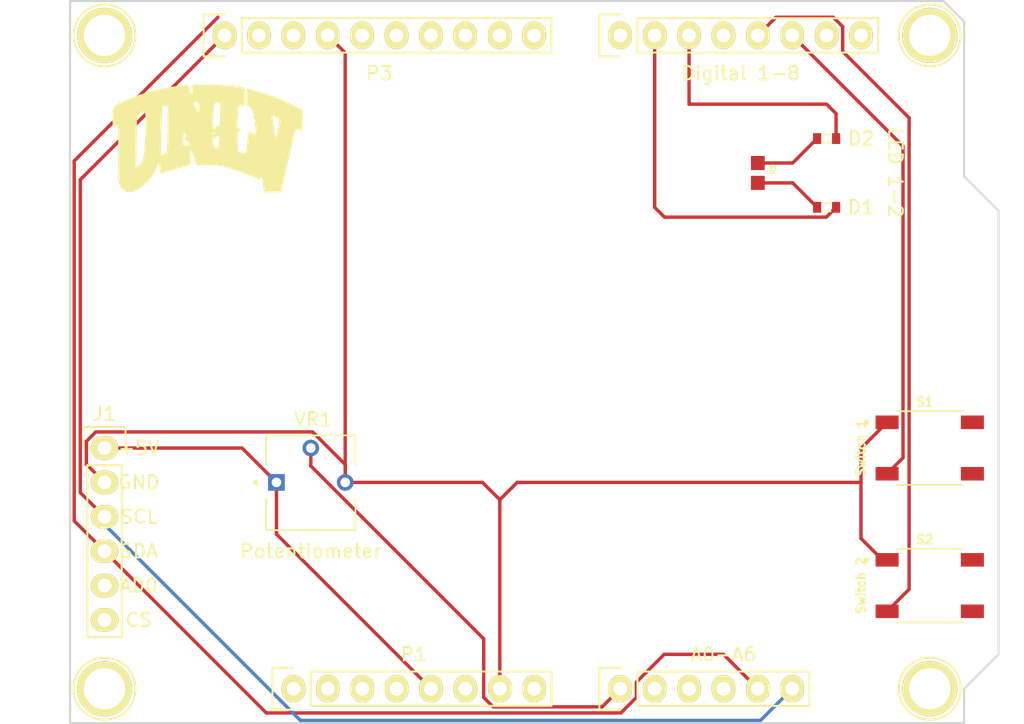
<source format=kicad_pcb>
(kicad_pcb (version 20211014) (generator pcbnew)
  (title_block (date "lun. 30 mars 2015"))
  (layers (0 "F.Cu" signal) (31 "B.Cu" signal) (34 "B.Paste" user) (35 "F.Paste" user) (36 "B.SilkS" user "B.Silkscreen") (37 "F.SilkS" user "F.Silkscreen") (38 "B.Mask" user) (39 "F.Mask" user) (44 "Edge.Cuts" user))
  (net 0 "")
  (net 1 "/IOREF")
  (net 2 "/Reset")
  (net 3 "+5V")
  (net 4 "GND")
  (net 5 "/Vin")
  (net 6 "/A0")
  (net 7 "/A1")
  (net 8 "/A2")
  (net 9 "/A3")
  (net 10 "/AREF")
  (net 11 "/A4(SDA)")
  (net 12 "/A5(SCL)")
  (net 13 "/9(**)")
  (net 14 "/8")
  (net 15 "/7")
  (net 16 "/6(**)")
  (net 17 "/5(**)")
  (net 18 "/4")
  (net 19 "/3(**)")
  (net 20 "/2")
  (net 21 "/1(Tx)")
  (net 22 "/0(Rx)")
  (net 23 "Net-(D1-Pad1)")
  (net 24 "Net-(D2-Pad1)")
  (net 26 "/11(**{slash}MOSI)")
  (net 27 "/13(SCK)")
  (net 28 "/10(**{slash}SS)")
  (net 30 "+3V3")
  (net 31 "/12(MISO)")
  (net 38 "/AD0")
  (net 39 "/CS")
  (footprint "Socket_Arduino_Uno:Socket_Strip_Arduino_1x08" (layer "F.Cu") (at 127.498 123.825)
    (fp_text reference "P1" (at 8.89 -2.54) (layer "F.SilkS"))
    (fp_text value "Power")
    (fp_line (start 19.05 1.27) (end 19.05 -1.27) (layer "F.SilkS") (width 0.15))
    (fp_line (start 1.27 1.27) (end 19.05 1.27) (layer "F.SilkS") (width 0.15))
    (fp_line (start 19.05 -1.27) (end 1.27 -1.27) (layer "F.SilkS") (width 0.15))
    (fp_line (start 0 -1.55) (end -1.55 -1.55) (layer "F.SilkS") (width 0.15))
    (fp_line (start -1.55 -1.55) (end -1.55 1.55) (layer "F.SilkS") (width 0.15))
    (fp_line (start -1.55 1.55) (end 0 1.55) (layer "F.SilkS") (width 0.15))
    (fp_line (start 1.27 1.27) (end 1.27 -1.27) (layer "F.SilkS") (width 0.15))
    (pad "1" thru_hole oval locked (at 0 0) (size 1.7272 2.032) (drill 1.016) (layers *.Cu *.Mask "F.SilkS"))
    (pad "2" thru_hole oval locked (at 2.54 0) (size 1.7272 2.032) (drill 1.016) (layers *.Cu *.Mask "F.SilkS") (net 1 "/IOREF"))
    (pad "3" thru_hole oval locked (at 5.08 0) (size 1.7272 2.032) (drill 1.016) (layers *.Cu *.Mask "F.SilkS") (net 2 "/Reset"))
    (pad "4" thru_hole oval locked (at 7.62 0) (size 1.7272 2.032) (drill 1.016) (layers *.Cu *.Mask "F.SilkS") (net 30 "+3V3"))
    (pad "5" thru_hole oval locked (at 10.16 0) (size 1.7272 2.032) (drill 1.016) (layers *.Cu *.Mask "F.SilkS") (net 3 "+5V"))
    (pad "6" thru_hole oval locked (at 12.7 0) (size 1.7272 2.032) (drill 1.016) (layers *.Cu *.Mask "F.SilkS") (net 4 "GND"))
    (pad "7" thru_hole oval locked (at 15.24 0) (size 1.7272 2.032) (drill 1.016) (layers *.Cu *.Mask "F.SilkS") (net 4 "GND"))
    (pad "8" thru_hole oval locked (at 17.78 0) (size 1.7272 2.032) (drill 1.016) (layers *.Cu *.Mask "F.SilkS") (net 5 "/Vin"))
  )
  (footprint "Socket_Arduino_Uno:Socket_Strip_Arduino_1x06" (layer "F.Cu") (at 151.638 123.825)
    (fp_text reference "A0-A6" (at 7.62 -2.54 -180) (layer "F.SilkS"))
    (fp_text value "Analog")
    (fp_line (start 1.27 1.27) (end 1.27 -1.27) (layer "F.SilkS") (width 0.15))
    (fp_line (start 0 -1.55) (end -1.55 -1.55) (layer "F.SilkS") (width 0.15))
    (fp_line (start 13.97 -1.27) (end 1.27 -1.27) (layer "F.SilkS") (width 0.15))
    (fp_line (start 1.27 1.27) (end 13.97 1.27) (layer "F.SilkS") (width 0.15))
    (fp_line (start 13.97 1.27) (end 13.97 -1.27) (layer "F.SilkS") (width 0.15))
    (fp_line (start -1.55 -1.55) (end -1.55 1.55) (layer "F.SilkS") (width 0.15))
    (fp_line (start -1.55 1.55) (end 0 1.55) (layer "F.SilkS") (width 0.15))
    (pad "1" thru_hole oval locked (at 0 0) (size 1.7272 2.032) (drill 1.016) (layers *.Cu *.Mask "F.SilkS") (net 6 "/A0"))
    (pad "2" thru_hole oval locked (at 2.54 0) (size 1.7272 2.032) (drill 1.016) (layers *.Cu *.Mask "F.SilkS") (net 7 "/A1"))
    (pad "3" thru_hole oval locked (at 5.08 0) (size 1.7272 2.032) (drill 1.016) (layers *.Cu *.Mask "F.SilkS") (net 8 "/A2"))
    (pad "4" thru_hole oval locked (at 7.62 0) (size 1.7272 2.032) (drill 1.016) (layers *.Cu *.Mask "F.SilkS") (net 9 "/A3"))
    (pad "5" thru_hole oval locked (at 10.16 0) (size 1.7272 2.032) (drill 1.016) (layers *.Cu *.Mask "F.SilkS") (net 11 "/A4(SDA)"))
    (pad "6" thru_hole oval locked (at 12.7 0) (size 1.7272 2.032) (drill 1.016) (layers *.Cu *.Mask "F.SilkS") (net 12 "/A5(SCL)"))
  )
  (footprint "Socket_Arduino_Uno:Socket_Strip_Arduino_1x10" (layer "F.Cu") (at 122.408 75.565)
    (fp_text reference "P3" (at 11.43 2.794) (layer "F.SilkS"))
    (fp_text value "Digital")
    (fp_line (start -1.55 -1.55) (end -1.55 1.55) (layer "F.SilkS") (width 0.15))
    (fp_line (start 1.27 1.27) (end 24.13 1.27) (layer "F.SilkS") (width 0.15))
    (fp_line (start 24.13 1.27) (end 24.13 -1.27) (layer "F.SilkS") (width 0.15))
    (fp_line (start 24.13 -1.27) (end 1.27 -1.27) (layer "F.SilkS") (width 0.15))
    (fp_line (start 0 -1.55) (end -1.55 -1.55) (layer "F.SilkS") (width 0.15))
    (fp_line (start -1.55 1.55) (end 0 1.55) (layer "F.SilkS") (width 0.15))
    (fp_line (start 1.27 1.27) (end 1.27 -1.27) (layer "F.SilkS") (width 0.15))
    (pad "1" thru_hole oval locked (at 0 0) (size 1.7272 2.032) (drill 1.016) (layers *.Cu *.Mask "F.SilkS") (net 12 "/A5(SCL)"))
    (pad "2" thru_hole oval locked (at 2.54 0) (size 1.7272 2.032) (drill 1.016) (layers *.Cu *.Mask "F.SilkS") (net 11 "/A4(SDA)"))
    (pad "3" thru_hole oval locked (at 5.08 0) (size 1.7272 2.032) (drill 1.016) (layers *.Cu *.Mask "F.SilkS") (net 10 "/AREF"))
    (pad "4" thru_hole oval locked (at 7.62 0) (size 1.7272 2.032) (drill 1.016) (layers *.Cu *.Mask "F.SilkS") (net 4 "GND"))
    (pad "5" thru_hole oval locked (at 10.16 0) (size 1.7272 2.032) (drill 1.016) (layers *.Cu *.Mask "F.SilkS") (net 27 "/13(SCK)"))
    (pad "6" thru_hole oval locked (at 12.7 0) (size 1.7272 2.032) (drill 1.016) (layers *.Cu *.Mask "F.SilkS") (net 31 "/12(MISO)"))
    (pad "7" thru_hole oval locked (at 15.24 0) (size 1.7272 2.032) (drill 1.016) (layers *.Cu *.Mask "F.SilkS") (net 26 "/11(**{slash}MOSI)"))
    (pad "8" thru_hole oval locked (at 17.78 0) (size 1.7272 2.032) (drill 1.016) (layers *.Cu *.Mask "F.SilkS") (net 28 "/10(**{slash}SS)"))
    (pad "9" thru_hole oval locked (at 20.32 0) (size 1.7272 2.032) (drill 1.016) (layers *.Cu *.Mask "F.SilkS") (net 13 "/9(**)"))
    (pad "10" thru_hole oval locked (at 22.86 0) (size 1.7272 2.032) (drill 1.016) (layers *.Cu *.Mask "F.SilkS") (net 14 "/8"))
  )
  (footprint "Socket_Arduino_Uno:Socket_Strip_Arduino_1x08" (layer "F.Cu") (at 151.638 75.565)
    (fp_text reference "Digital 1-8" (at 8.89 2.794) (layer "F.SilkS"))
    (fp_text value "Digital")
    (fp_line (start 19.05 -1.27) (end 1.27 -1.27) (layer "F.SilkS") (width 0.15))
    (fp_line (start -1.55 1.55) (end 0 1.55) (layer "F.SilkS") (width 0.15))
    (fp_line (start 1.27 1.27) (end 19.05 1.27) (layer "F.SilkS") (width 0.15))
    (fp_line (start 1.27 1.27) (end 1.27 -1.27) (layer "F.SilkS") (width 0.15))
    (fp_line (start 0 -1.55) (end -1.55 -1.55) (layer "F.SilkS") (width 0.15))
    (fp_line (start 19.05 1.27) (end 19.05 -1.27) (layer "F.SilkS") (width 0.15))
    (fp_line (start -1.55 -1.55) (end -1.55 1.55) (layer "F.SilkS") (width 0.15))
    (pad "1" thru_hole oval locked (at 0 0) (size 1.7272 2.032) (drill 1.016) (layers *.Cu *.Mask "F.SilkS") (net 15 "/7"))
    (pad "2" thru_hole oval locked (at 2.54 0) (size 1.7272 2.032) (drill 1.016) (layers *.Cu *.Mask "F.SilkS") (net 16 "/6(**)"))
    (pad "3" thru_hole oval locked (at 5.08 0) (size 1.7272 2.032) (drill 1.016) (layers *.Cu *.Mask "F.SilkS") (net 17 "/5(**)"))
    (pad "4" thru_hole oval locked (at 7.62 0) (size 1.7272 2.032) (drill 1.016) (layers *.Cu *.Mask "F.SilkS") (net 18 "/4"))
    (pad "5" thru_hole oval locked (at 10.16 0) (size 1.7272 2.032) (drill 1.016) (layers *.Cu *.Mask "F.SilkS") (net 19 "/3(**)"))
    (pad "6" thru_hole oval locked (at 12.7 0) (size 1.7272 2.032) (drill 1.016) (layers *.Cu *.Mask "F.SilkS") (net 20 "/2"))
    (pad "7" thru_hole oval locked (at 15.24 0) (size 1.7272 2.032) (drill 1.016) (layers *.Cu *.Mask "F.SilkS") (net 21 "/1(Tx)"))
    (pad "8" thru_hole oval locked (at 17.78 0) (size 1.7272 2.032) (drill 1.016) (layers *.Cu *.Mask "F.SilkS") (net 22 "/0(Rx)"))
  )
  (footprint "Socket_Arduino_Uno:Arduino_1pin" (layer "F.Cu") (at 113.538 123.825)
    (fp_text reference "P5" hide)
    (fp_text value "CONN_01X01" hide)
    (fp_circle (center 0 0) (end 0 -2.286) (layer "F.SilkS") (width 0.15) (fill none))
    (pad "1" thru_hole circle locked (at 0 0) (size 4.064 4.064) (drill 3.048) (layers *.Cu *.Mask "F.SilkS"))
  )
  (footprint "Socket_Arduino_Uno:Arduino_1pin" (layer "F.Cu") (at 174.498 123.825)
    (fp_text reference "P6" hide)
    (fp_text value "CONN_01X01" hide)
    (fp_circle (center 0 0) (end 0 -2.286) (layer "F.SilkS") (width 0.15) (fill none))
    (pad "1" thru_hole circle locked (at 0 0) (size 4.064 4.064) (drill 3.048) (layers *.Cu *.Mask "F.SilkS"))
  )
  (footprint "Socket_Arduino_Uno:Arduino_1pin" (layer "F.Cu") (at 113.538 75.565)
    (fp_text reference "P8" hide)
    (fp_text value "CONN_01X01" hide)
    (fp_circle (center 0 0) (end 0 -2.286) (layer "F.SilkS") (width 0.15) (fill none))
    (pad "1" thru_hole circle locked (at 0 0) (size 4.064 4.064) (drill 3.048) (layers *.Cu *.Mask "F.SilkS"))
  )
  (footprint "Socket_Arduino_Uno:Arduino_1pin" (layer "F.Cu") (at 174.498 75.565)
    (fp_text reference "P6" hide)
    (fp_text value "CONN_01X01" hide)
    (fp_circle (center 0 0) (end 0 -2.286) (layer "F.SilkS") (width 0.15) (fill none))
    (pad "1" thru_hole circle locked (at 0 0) (size 4.064 4.064) (drill 3.048) (layers *.Cu *.Mask "F.SilkS"))
  )
  (footprint "digikey-footprints:0603" (layer "F.Cu") (at 166.878 88.265)
    (fp_text reference "D1" (at 2.54 0) (layer "F.SilkS"))
    (fp_text value "LTST-C193TBKT-5A")
    (fp_line (start -0.3 -0.3) (end 0.3 -0.3) (layer "F.SilkS") (width 0.12))
    (fp_line (start -0.3 0.3) (end 0.3 0.3) (layer "F.SilkS") (width 0.12))
    (pad "1" smd rect locked (at -0.7 0) (size 0.6 0.8) (layers "F.Cu" "F.Paste" "F.Mask") (net 23 "Net-(D1-Pad1)"))
    (pad "2" smd rect locked (at 0.7 0) (size 0.6 0.8) (layers "F.Cu" "F.Paste" "F.Mask") (net 16 "/6(**)"))
  )
  (footprint "Socket_Arduino_Uno:UNLV11" (layer "F.Cu") (at 121.158 83.185)
    (fp_text reference "G***" (at 0 0) (layer "F.SilkS") (effects (font (size 1.524 1.524) (thickness 0.3))))
    (fp_text value "LOGO" hide)
    (fp_poly (pts (xy -1.336271 -3.620068) (xy -1.197802 -3.259667) (xy -1.191568 -3.6195) (xy -1.185333 -3.979333) (xy -0.061279 -3.979333) (xy 0.49133 -3.97017) (xy 1.057716 -3.944776) (xy 1.59932 -3.906294) (xy 2.07758 -3.857865) (xy 2.453935 -3.802632) (xy 2.645834 -3.758722) (xy 2.723683 -3.708467) (xy 2.768994 -3.592052) (xy 2.789735 -3.373226) (xy 2.794 -3.084628) (xy 2.794 -2.455333) (xy 2.547224 -2.455333) (xy 2.419665 -2.448648) (xy 2.342069 -2.404523) (xy 2.296694 -2.286853) (xy 2.265797 -2.059534) (xy 2.245576 -1.8415) (xy 2.225997 -1.507783) (xy 2.21425 -1.064925) (xy 2.211336 -0.572978) (xy 2.217186 -0.133926) (xy 2.243667 0.959816) (xy 2.483908 1.039766) (xy 2.706331 1.076457) (xy 2.804557 1.03931) (xy 2.846473 0.922997) (xy 2.889317 0.681567) (xy 2.925972 0.359041) (xy 2.937181 0.218984) (xy 2.965025 -0.143636) (xy 2.999588 -0.362502) (xy 3.061174 -0.462647) (xy 3.170085 -0.469105) (xy 3.346624 -0.406909) (xy 3.420337 -0.376749) (xy 3.505426 -0.353066) (xy 3.546881 -0.393383) (xy 3.551584 -0.530601) (xy 3.526416 -0.797621) (xy 3.520145 -0.853977) (xy 3.450234 -1.396551) (xy 3.39719 -1.67841) (xy 4.785899 -1.67841) (xy 4.787482 -1.588185) (xy 4.813179 -1.372492) (xy 4.857829 -1.072646) (xy 4.873948 -0.973667) (xy 4.927179 -0.643673) (xy 4.968039 -0.37291) (xy 4.98939 -0.209202) (xy 4.990847 -0.1905) (xy 5.011293 -0.083744) (xy 5.053415 -0.133702) (xy 5.112379 -0.329842) (xy 5.165744 -0.5715) (xy 5.227077 -0.872041) (xy 5.28116 -1.128718) (xy 5.306388 -1.242708) (xy 5.298654 -1.392709) (xy 5.170652 -1.51536) (xy 5.079773 -1.566451) (xy 4.896692 -1.651219) (xy 4.792111 -1.680894) (xy 4.785899 -1.67841) (xy 3.39719 -1.67841) (xy 3.375841 -1.791852) (xy 3.290314 -2.061924) (xy 3.186997 -2.228812) (xy 3.082126 -2.305145) (xy 2.98026 -2.363908) (xy 2.91957 -2.451894) (xy 2.889492 -2.608845) (xy 2.879464 -2.874501) (xy 2.878667 -3.070649) (xy 2.883871 -3.410371) (xy 2.903109 -3.608963) (xy 2.941822 -3.69441) (xy 3.000371 -3.696748) (xy 3.154759 -3.647489) (xy 3.395402 -3.580163) (xy 3.487205 -3.556082) (xy 4.847575 -3.124256) (xy 6.117167 -2.569549) (xy 7.027334 -2.115252) (xy 7.027334 -1.311626) (xy 7.022906 -0.96616) (xy 7.011005 -0.69511) (xy 6.993706 -0.535262) (xy 6.982021 -0.508) (xy 6.885703 -0.549618) (xy 6.733024 -0.64146) (xy 6.656164 -0.692041) (xy 6.596003 -0.715714) (xy 6.544758 -0.692966) (xy 6.494643 -0.604287) (xy 6.437872 -0.430165) (xy 6.366662 -0.15109) (xy 6.273226 0.25245) (xy 6.14978 0.799966) (xy 6.139255 0.846667) (xy 6.026186 1.342368) (xy 5.892007 1.921725) (xy 5.755543 2.503835) (xy 5.661519 2.899833) (xy 5.403282 3.979333) (xy 4.159042 3.979333) (xy 4.106899 3.577167) (xy 4.064124 3.286039) (xy 4.018515 3.031711) (xy 4.003497 2.963333) (xy 3.961818 2.830966) (xy 3.929725 2.855308) (xy 3.916048 2.90605) (xy 3.843726 3.014641) (xy 3.781428 3.018035) (xy 2.981486 2.68253) (xy 2.303406 2.420397) (xy 1.720267 2.224154) (xy 1.205149 2.086317) (xy 0.731132 1.999405) (xy 0.271294 1.955935) (xy -0.070703 1.947333) (xy -0.832861 1.947333) (xy -1.0178 1.391591) (xy -1.112774 1.120609) (xy -1.188341 0.93145) (xy -1.229034 0.862607) (xy -1.23012 0.863231) (xy -1.248222 0.955386) (xy -1.268187 1.168351) (xy -1.283792 1.421106) (xy -1.310083 1.9516) (xy -1.649875 2.038741) (xy -1.873001 2.101554) (xy -2.201941 2.200585) (xy -2.581828 2.318614) (xy -2.957795 2.438419) (xy -3.274978 2.542779) (xy -3.450166 2.603808) (xy -3.514369 2.574008) (xy -3.550631 2.412766) (xy -3.563277 2.146892) (xy -3.57275 1.888283) (xy -3.592937 1.788197) (xy -3.626527 1.836012) (xy -3.635174 1.862667) (xy -3.831455 2.347194) (xy -4.103 2.796448) (xy -4.429117 3.195152) (xy -4.789109 3.528032) (xy -5.162284 3.779812) (xy -5.527948 3.935217) (xy -5.865405 3.978971) (xy -6.153963 3.895799) (xy -6.268714 3.806619) (xy -6.375063 3.688481) (xy -6.457943 3.557732) (xy -6.520046 3.392929) (xy -6.564064 3.172627) (xy -6.592689 2.875382) (xy -6.608611 2.479751) (xy -6.614524 1.96429) (xy -6.614066 1.750159) (xy -5.26578 1.750159) (xy -5.262677 1.986244) (xy -5.258376 2.067925) (xy -5.209383 2.097779) (xy -5.104929 2.018415) (xy -4.975267 1.86665) (xy -4.850652 1.679303) (xy -4.761336 1.493192) (xy -4.746392 1.444848) (xy -4.711027 1.237582) (xy -4.678576 0.919755) (xy -4.671297 0.818474) (xy -3.453276 0.818474) (xy -3.446781 1.028137) (xy -3.429334 1.151311) (xy -3.399601 1.208686) (xy -3.356249 1.220948) (xy -3.307717 1.21136) (xy -3.125893 1.127031) (xy -3.054052 1.065626) (xy -3.025836 0.949021) (xy -3.001292 0.685841) (xy -2.981593 0.298828) (xy -2.976383 0.112889) (xy -1.778 0.112889) (xy -1.770457 0.463694) (xy -1.737426 0.670685) (xy -1.663307 0.759091) (xy -1.532499 0.754143) (xy -1.407539 0.711995) (xy -1.346237 0.665734) (xy -1.337386 0.569041) (xy -1.385701 0.386097) (xy -1.487714 0.102785) (xy -1.597261 -0.179514) (xy -1.686417 -0.3934) (xy -1.736777 -0.494837) (xy -1.738099 -0.496322) (xy -1.756872 -0.438262) (xy -1.770898 -0.248526) (xy -1.777712 0.035243) (xy -1.778 0.112889) (xy -2.976383 0.112889) (xy -2.967916 -0.189278) (xy -2.961577 -0.724391) (xy -2.960731 -0.896111) (xy 0.425176 -0.896111) (xy 0.42563 -0.456381) (xy 0.431406 -0.050774) (xy 0.442473 0.28672) (xy 0.458802 0.522115) (xy 0.479778 0.620889) (xy 0.605098 0.670343) (xy 0.682265 0.677333) (xy 0.734552 0.662451) (xy 0.774858 0.603013) (xy 0.806131 0.47683) (xy 0.83132 0.261712) (xy 0.853374 -0.064529) (xy 0.875241 -0.524083) (xy 0.890012 -0.886048) (xy 0.907045 -1.390381) (xy 0.916865 -1.841411) (xy 0.919266 -2.209806) (xy 0.914044 -2.466234) (xy 0.901849 -2.579381) (xy 0.785377 -2.688935) (xy 0.691499 -2.709333) (xy 0.584545 -2.672278) (xy 0.517619 -2.535789) (xy 0.477175 -2.316516) (xy 0.456042 -2.080169) (xy 0.440352 -1.741993) (xy 0.430073 -1.335978) (xy 0.425176 -0.896111) (xy -2.960731 -0.896111) (xy -2.953262 -2.413) (xy -3.143568 -2.390008) (xy -3.298749 -2.364538) (xy -3.348709 -2.347675) (xy -3.355662 -2.261233) (xy -3.366697 -2.030511) (xy -3.380824 -1.680488) (xy -3.397055 -1.236139) (xy -3.414403 -0.722445) (xy -3.420383 -0.536323) (xy -3.438743 0.056932) (xy -3.450152 0.501635) (xy -3.453276 0.818474) (xy -4.671297 0.818474) (xy -4.649979 0.52185) (xy -4.626176 0.074352) (xy -4.608105 -0.392254) (xy -4.596706 -0.847485) (xy -4.592918 -1.260854) (xy -4.597681 -1.601879) (xy -4.611933 -1.840074) (xy -4.636614 -1.944955) (xy -4.641872 -1.947333) (xy -4.839444 -1.899725) (xy -5.045346 -1.786759) (xy -5.183825 -1.653227) (xy -5.200576 -1.616985) (xy -5.210246 -1.505571) (xy -5.220448 -1.255922) (xy -5.230694 -0.899135) (xy -5.240497 -0.466303) (xy -5.249367 0.011476) (xy -5.256819 0.503107) (xy -5.262363 0.977495) (xy -5.265513 1.403545) (xy -5.26578 1.750159) (xy -6.614066 1.750159) (xy -6.613118 1.307556) (xy -6.611636 1.074657) (xy -6.607494 0.425963) (xy -6.60617 -0.072169) (xy -6.609087 -0.438502) (xy -6.617672 -0.691802) (xy -6.633347 -0.850834) (xy -6.657539 -0.934362) (xy -6.69167 -0.961151) (xy -6.737166 -0.949965) (xy -6.764285 -0.936176) (xy -6.916606 -0.864849) (xy -6.979434 -0.846667) (xy -7.005914 -0.923261) (xy -7.021395 -1.121483) (xy -7.026 -1.393993) (xy -7.019853 -1.693452) (xy -7.003076 -1.972519) (xy -6.975945 -2.183107) (xy -6.931708 -2.318045) (xy -6.839091 -2.430427) (xy -6.665426 -2.545684) (xy -6.419146 -2.668714) (xy -1.016 -2.668714) (xy -0.986662 -2.561759) (xy -0.915718 -2.37573) (xy -0.82877 -2.171075) (xy -0.751419 -2.008246) (xy -0.710473 -1.947333) (xy -0.690701 -2.023081) (xy -0.678847 -2.21471) (xy -0.677333 -2.328333) (xy -0.688413 -2.566428) (xy -0.734418 -2.679016) (xy -0.834502 -2.709188) (xy -0.846666 -2.709333) (xy -0.984465 -2.69225) (xy -1.016 -2.668714) (xy -6.419146 -2.668714) (xy -6.378039 -2.689249) (xy -6.249352 -2.748691) (xy -5.085467 -3.219264) (xy -3.88849 -3.576423) (xy -2.612822 -3.832558) (xy -1.901537 -3.930138) (xy -1.474741 -3.980469)) (layer "F.SilkS") (width 0) (fill solid))
  )
  (footprint "Socket_Arduino_Uno:Socket_Strip_Arduino_1x06" (layer "F.Cu") (at 113.538 106.045 -90)
    (fp_text reference "J1" (at -2.54 0) (layer "F.SilkS"))
    (fp_text value "Conn_01x06_Female")
    (fp_line (start 1.27 1.27) (end 13.97 1.27) (layer "F.SilkS") (width 0.15))
    (fp_line (start 0 -1.55) (end -1.55 -1.55) (layer "F.SilkS") (width 0.15))
    (fp_line (start 1.27 1.27) (end 1.27 -1.27) (layer "F.SilkS") (width 0.15))
    (fp_line (start -1.55 -1.55) (end -1.55 1.55) (layer "F.SilkS") (width 0.15))
    (fp_line (start 13.97 1.27) (end 13.97 -1.27) (layer "F.SilkS") (width 0.15))
    (fp_line (start -1.55 1.55) (end 0 1.55) (layer "F.SilkS") (width 0.15))
    (fp_line (start 13.97 -1.27) (end 1.27 -1.27) (layer "F.SilkS") (width 0.15))
    (pad "1" thru_hole oval locked (at 0 0 270) (size 1.7272 2.032) (drill 1.016) (layers *.Cu *.Mask "F.SilkS") (net 3 "+5V"))
    (pad "2" thru_hole oval locked (at 2.54 0 270) (size 1.7272 2.032) (drill 1.016) (layers *.Cu *.Mask "F.SilkS") (net 4 "GND"))
    (pad "3" thru_hole oval locked (at 5.08 0 270) (size 1.7272 2.032) (drill 1.016) (layers *.Cu *.Mask "F.SilkS") (net 12 "/A5(SCL)"))
    (pad "4" thru_hole oval locked (at 7.62 0 270) (size 1.7272 2.032) (drill 1.016) (layers *.Cu *.Mask "F.SilkS") (net 11 "/A4(SDA)"))
    (pad "5" thru_hole oval locked (at 10.16 0 270) (size 1.7272 2.032) (drill 1.016) (layers *.Cu *.Mask "F.SilkS") (net 38 "/AD0"))
    (pad "6" thru_hole oval locked (at 12.7 0 270) (size 1.7272 2.032) (drill 1.016) (layers *.Cu *.Mask "F.SilkS") (net 39 "/CS"))
  )
  (footprint "3362P-1-103LF:TRIM_3362P-1-103LF" (layer "F.Cu") (at 128.778 108.585)
    (fp_text reference "VR1" (at 0.17547 -4.64779) (layer "F.SilkS") (effects (font (size 1.002756 1.002756))))
    (fp_text value "3362P-1-103LF")
    (fp_line (start 3.3 1.235) (end 3.3 3.52) (layer "F.SilkS") (width 0.127))
    (fp_line (start -3.3 -3.47) (end 3.3 -3.47) (layer "F.SilkS") (width 0.127))
    (fp_line (start -3.3 -1.305) (end -3.3 -3.47) (layer "F.SilkS") (width 0.127))
    (fp_line (start 3.3 -3.47) (end 3.3 -1.305) (layer "F.SilkS") (width 0.127))
    (fp_line (start -3.3 3.52) (end -3.3 1.235) (layer "F.SilkS") (width 0.127))
    (fp_line (start 3.3 3.53) (end -3.3 3.53) (layer "F.SilkS") (width 0.127))
    (fp_circle (center -4.064 0) (end -3.964 0) (layer "F.SilkS") (width 0.2) (fill none))
    (pad "1" thru_hole rect locked (at -2.54 0) (size 1.222 1.222) (drill 0.714) (layers *.Cu *.Mask) (net 3 "+5V"))
    (pad "2" thru_hole circle locked (at 0 -2.54) (size 1.222 1.222) (drill 0.714) (layers *.Cu *.Mask) (net 6 "/A0"))
    (pad "3" thru_hole circle locked (at 2.54 0) (size 1.222 1.222) (drill 0.714) (layers *.Cu *.Mask) (net 4 "GND"))
  )
  (footprint "RC0603JR-071KL:RESC1607X60N" (layer "F.Cu") (at 161.798 85.725 -90)
    (fp_text reference "R1" (at -0.26 -1.1 90) (layer "F.SilkS") (effects (font (size 0.393701 0.393701))))
    (fp_text value "RC0603JR-071KL")
    (pad "1" smd rect locked (at -0.735 0 270) (size 1.04 1.02) (layers "F.Cu" "F.Paste" "F.Mask") (net 24 "Net-(D2-Pad1)"))
    (pad "2" smd rect locked (at 0.735 0 270) (size 1.04 1.02) (layers "F.Cu" "F.Paste" "F.Mask") (net 23 "Net-(D1-Pad1)"))
  )
  (footprint "8-1437565-1:SW_8-1437565-1" (layer "F.Cu") (at 174.498 116.205)
    (fp_text reference "S2" (at -0.368 -3.4064) (layer "F.SilkS") (effects (font (size 0.64 0.64))))
    (fp_text value "8-1437565-1")
    (fp_line (start 2.45 -2.72) (end -2.45 -2.72) (layer "F.SilkS") (width 0.127))
    (fp_line (start 2.45 2.72) (end -2.45 2.72) (layer "F.SilkS") (width 0.127))
    (fp_circle (center -4.65 -1.9) (end -4.55 -1.9) (layer "F.SilkS") (width 0.2) (fill none))
    (pad "1" smd rect locked (at -3.15 -1.9) (size 1.7 1) (layers "F.Cu" "F.Paste" "F.Mask") (net 4 "GND"))
    (pad "2" smd rect locked (at 3.15 -1.9) (size 1.7 1) (layers "F.Cu" "F.Paste" "F.Mask"))
    (pad "3" smd rect locked (at -3.15 1.9) (size 1.7 1) (layers "F.Cu" "F.Paste" "F.Mask") (net 19 "/3(**)"))
    (pad "4" smd rect locked (at 3.15 1.9) (size 1.7 1) (layers "F.Cu" "F.Paste" "F.Mask"))
  )
  (footprint "8-1437565-1:SW_8-1437565-1" (layer "F.Cu") (at 174.498 106.045)
    (fp_text reference "S1" (at -0.368 -3.4064) (layer "F.SilkS") (effects (font (size 0.64 0.64))))
    (fp_text value "8-1437565-1")
    (fp_line (start 2.45 -2.72) (end -2.45 -2.72) (layer "F.SilkS") (width 0.127))
    (fp_line (start 2.45 2.72) (end -2.45 2.72) (layer "F.SilkS") (width 0.127))
    (fp_circle (center -4.65 -1.9) (end -4.55 -1.9) (layer "F.SilkS") (width 0.2) (fill none))
    (pad "1" smd rect locked (at -3.15 -1.9) (size 1.7 1) (layers "F.Cu" "F.Paste" "F.Mask") (net 4 "GND"))
    (pad "2" smd rect locked (at 3.15 -1.9) (size 1.7 1) (layers "F.Cu" "F.Paste" "F.Mask"))
    (pad "3" smd rect locked (at -3.15 1.9) (size 1.7 1) (layers "F.Cu" "F.Paste" "F.Mask") (net 20 "/2"))
    (pad "4" smd rect locked (at 3.15 1.9) (size 1.7 1) (layers "F.Cu" "F.Paste" "F.Mask"))
  )
  (footprint "digikey-footprints:0603" (layer "F.Cu") (at 166.878 83.185)
    (fp_text reference "D2" (at 2.54 0) (layer "F.SilkS"))
    (fp_text value "LTST-C193TBKT-5A")
    (fp_line (start -0.3 0.3) (end 0.3 0.3) (layer "F.SilkS") (width 0.12))
    (fp_line (start -0.3 -0.3) (end 0.3 -0.3) (layer "F.SilkS") (width 0.12))
    (pad "1" smd rect locked (at -0.7 0) (size 0.6 0.8) (layers "F.Cu" "F.Paste" "F.Mask") (net 24 "Net-(D2-Pad1)"))
    (pad "2" smd rect locked (at 0.7 0) (size 0.6 0.8) (layers "F.Cu" "F.Paste" "F.Mask") (net 17 "/5(**)"))
  )
  (gr_line (start 179.578 88.519) (end 177.038 85.979) (layer "Edge.Cuts") (width 0.15))
  (gr_line (start 177.038 126.365) (end 177.038 123.825) (layer "Edge.Cuts") (width 0.15))
  (gr_line (start 177.038 74.549) (end 175.514 73.025) (layer "Edge.Cuts") (width 0.15))
  (gr_line (start 177.038 123.825) (end 179.578 121.285) (layer "Edge.Cuts") (width 0.15))
  (gr_line (start 110.998 73.025) (end 110.998 126.365) (layer "Edge.Cuts") (width 0.15))
  (gr_line (start 179.578 121.285) (end 179.578 88.519) (layer "Edge.Cuts") (width 0.15))
  (gr_line (start 110.998 126.365) (end 177.038 126.365) (layer "Edge.Cuts") (width 0.15))
  (gr_line (start 175.514 73.025) (end 110.998 73.025) (layer "Edge.Cuts") (width 0.15))
  (gr_line (start 177.038 85.979) (end 177.038 74.549) (layer "Edge.Cuts") (width 0.15))
  (gr_text "SDA" (at 116.078 113.665) (layer "F.SilkS") (effects (font (size 1 1))))
  (gr_text "SCL" (at 116.078 111.125) (layer "F.SilkS") (effects (font (size 1 1))))
  (gr_text "GND\n" (at 116.078 108.585) (layer "F.SilkS") (effects (font (size 1 1))))
  (gr_text "Switch 1" (at 169.418 106.045 -270) (layer "F.SilkS") (effects (font (size 0.64 0.64))))
  (gr_text "LED 1-2" (at 171.958 85.725 -90) (layer "F.SilkS") (effects (font (size 1 1))))
  (gr_text "+5V" (at 116.078 106.045) (layer "F.SilkS") (effects (font (size 1 1))))
  (gr_text "CS" (at 116.078 118.745) (layer "F.SilkS") (effects (font (size 1 1))))
  (gr_text "Potentiometer" (at 128.778 113.665) (layer "F.SilkS") (effects (font (size 1.002756 1.002756))))
  (gr_text "Switch 2\n" (at 169.418 116.205 90) (layer "F.SilkS") (effects (font (size 0.64 0.64))))
  (gr_text "AD0\n" (at 116.078 116.205) (layer "F.SilkS") (effects (font (size 1 1))))
  (segment (start 126.238 108.585) (end 126.238 112.405) (width 0.25) (layer "F.Cu") (net 3))
  (segment (start 113.538 106.045) (end 123.698 106.045) (width 0.25) (layer "F.Cu") (net 3))
  (segment (start 123.698 106.045) (end 126.238 108.585) (width 0.25) (layer "F.Cu") (net 3))
  (segment (start 126.238 112.405) (end 137.658 123.825) (width 0.25) (layer "F.Cu") (net 3))
  (segment (start 142.738 109.865) (end 144.018 108.585) (width 0.25) (layer "F.Cu") (net 4))
  (segment (start 169.418 112.725) (end 169.418 106.075) (width 0.25) (layer "F.Cu") (net 4))
  (segment (start 142.738 123.825) (end 142.738 109.865) (width 0.25) (layer "F.Cu") (net 4))
  (segment (start 144.018 108.585) (end 169.418 108.585) (width 0.25) (layer "F.Cu") (net 4))
  (segment (start 112.893465 104.85688) (end 112.19748 105.552865) (width 0.25) (layer "F.Cu") (net 4))
  (segment (start 112.19748 105.552865) (end 112.19748 107.24448) (width 0.25) (layer "F.Cu") (net 4))
  (segment (start 112.19748 107.24448) (end 113.538 108.585) (width 0.25) (layer "F.Cu") (net 4))
  (segment (start 141.458 108.585) (end 142.738 109.865) (width 0.25) (layer "F.Cu") (net 4))
  (segment (start 131.318 108.585) (end 141.458 108.585) (width 0.25) (layer "F.Cu") (net 4))
  (segment (start 131.318 108.585) (end 131.318 76.855) (width 0.25) (layer "F.Cu") (net 4))
  (segment (start 131.318 108.585) (end 131.318 107.261987) (width 0.25) (layer "F.Cu") (net 4))
  (segment (start 170.998 114.305) (end 169.418 112.725) (width 0.25) (layer "F.Cu") (net 4))
  (segment (start 128.912893 104.85688) (end 112.893465 104.85688) (width 0.25) (layer "F.Cu") (net 4))
  (segment (start 131.318 76.855) (end 130.028 75.565) (width 0.25) (layer "F.Cu") (net 4))
  (segment (start 171.348 114.305) (end 170.998 114.305) (width 0.25) (layer "F.Cu") (net 4))
  (segment (start 131.318 107.261987) (end 128.912893 104.85688) (width 0.25) (layer "F.Cu") (net 4))
  (segment (start 169.418 106.075) (end 171.348 104.145) (width 0.25) (layer "F.Cu") (net 4))
  (segment (start 141.54988 124.469535) (end 142.245865 125.16552) (width 0.25) (layer "F.Cu") (net 6))
  (segment (start 128.778 106.045) (end 128.778 107.368013) (width 0.25) (layer "F.Cu") (net 6))
  (segment (start 150.29748 125.16552) (end 151.638 123.825) (width 0.25) (layer "F.Cu") (net 6))
  (segment (start 128.778 107.368013) (end 141.54988 120.139893) (width 0.25) (layer "F.Cu") (net 6))
  (segment (start 142.245865 125.16552) (end 150.29748 125.16552) (width 0.25) (layer "F.Cu") (net 6))
  (segment (start 141.54988 120.139893) (end 141.54988 124.469535) (width 0.25) (layer "F.Cu") (net 6))
  (segment (start 125.48804 125.61504) (end 151.680615 125.61504) (width 0.25) (layer "F.Cu") (net 11))
  (segment (start 113.538 113.665) (end 111.29844 111.42544) (width 0.25) (layer "F.Cu") (net 11))
  (segment (start 113.538 113.665) (end 125.48804 125.61504) (width 0.25) (layer "F.Cu") (net 11))
  (segment (start 159.258 121.285) (end 161.798 123.825) (width 0.25) (layer "F.Cu") (net 11))
  (segment (start 154.885345 121.285) (end 159.258 121.285) (width 0.25) (layer "F.Cu") (net 11))
  (segment (start 111.29844 111.42544) (end 111.29844 84.841905) (width 0.25) (layer "F.Cu") (net 11))
  (segment (start 152.82612 124.469535) (end 152.82612 123.344225) (width 0.25) (layer "F.Cu") (net 11))
  (segment (start 152.82612 123.344225) (end 154.885345 121.285) (width 0.25) (layer "F.Cu") (net 11))
  (segment (start 151.680615 125.61504) (end 152.82612 124.469535) (width 0.25) (layer "F.Cu") (net 11))
  (segment (start 111.29844 84.841905) (end 121.915865 74.22448) (width 0.25) (layer "F.Cu") (net 11))
  (segment (start 113.538 111.125) (end 111.74796 109.33496) (width 0.25) (layer "F.Cu") (net 12))
  (segment (start 111.74796 109.33496) (end 111.74796 86.22504) (width 0.25) (layer "F.Cu") (net 12))
  (segment (start 111.74796 86.22504) (end 122.408 75.565) (width 0.25) (layer "F.Cu") (net 12))
  (segment (start 161.99752 126.16548) (end 164.338 123.825) (width 0.25) (layer "B.Cu") (net 12))
  (segment (start 128.005825 126.16548) (end 161.99752 126.16548) (width 0.25) (layer "B.Cu") (net 12))
  (segment (start 113.538 111.125) (end 113.538 111.697655) (width 0.25) (layer "B.Cu") (net 12))
  (segment (start 113.538 111.697655) (end 128.005825 126.16548) (width 0.25) (layer "B.Cu") (net 12))
  (segment (start 166.853489 88.989511) (end 154.902511 88.989511) (width 0.25) (layer "F.Cu") (net 16))
  (segment (start 154.902511 88.989511) (end 154.178 88.265) (width 0.25) (layer "F.Cu") (net 16))
  (segment (start 167.578 88.265) (end 166.853489 88.989511) (width 0.25) (layer "F.Cu") (net 16))
  (segment (start 154.178 88.265) (end 154.178 75.565) (width 0.25) (layer "F.Cu") (net 16))
  (segment (start 167.578 83.185) (end 167.578 81.345) (width 0.25) (layer "F.Cu") (net 17))
  (segment (start 166.878 80.645) (end 156.718 80.645) (width 0.25) (layer "F.Cu") (net 17))
  (segment (start 167.578 81.345) (end 166.878 80.645) (width 0.25) (layer "F.Cu") (net 17))
  (segment (start 156.718 80.645) (end 156.718 75.565) (width 0.25) (layer "F.Cu") (net 17))
  (segment (start 168.06612 74.920465) (end 167.370135 74.22448) (width 0.25) (layer "F.Cu") (net 19))
  (segment (start 171.348 118.105) (end 172.972031 116.480969) (width 0.25) (layer "F.Cu") (net 19))
  (segment (start 167.370135 74.22448) (end 163.13852 74.22448) (width 0.25) (layer "F.Cu") (net 19))
  (segment (start 168.06612 76.753119) (end 168.06612 74.920465) (width 0.25) (layer "F.Cu") (net 19))
  (segment (start 163.13852 74.22448) (end 161.798 75.565) (width 0.25) (layer "F.Cu") (net 19))
  (segment (start 172.972031 81.65903) (end 168.06612 76.753119) (width 0.25) (layer "F.Cu") (net 19))
  (segment (start 172.972031 116.480969) (end 172.972031 81.65903) (width 0.25) (layer "F.Cu") (net 19))
  (segment (start 171.348 107.945) (end 172.522511 106.770489) (width 0.25) (layer "F.Cu") (net 20))
  (segment (start 172.522511 106.770489) (end 172.522511 83.749511) (width 0.25) (layer "F.Cu") (net 20))
  (segment (start 172.522511 83.749511) (end 164.338 75.565) (width 0.25) (layer "F.Cu") (net 20))
  (segment (start 161.798 86.46) (end 164.373 86.46) (width 0.25) (layer "F.Cu") (net 23))
  (segment (start 164.373 86.46) (end 166.178 88.265) (width 0.25) (layer "F.Cu") (net 23))
  (segment (start 161.798 84.99) (end 164.373 84.99) (width 0.25) (layer "F.Cu") (net 24))
  (segment (start 164.373 84.99) (end 166.178 83.185) (width 0.25) (layer "F.Cu") (net 24))
)
</source>
